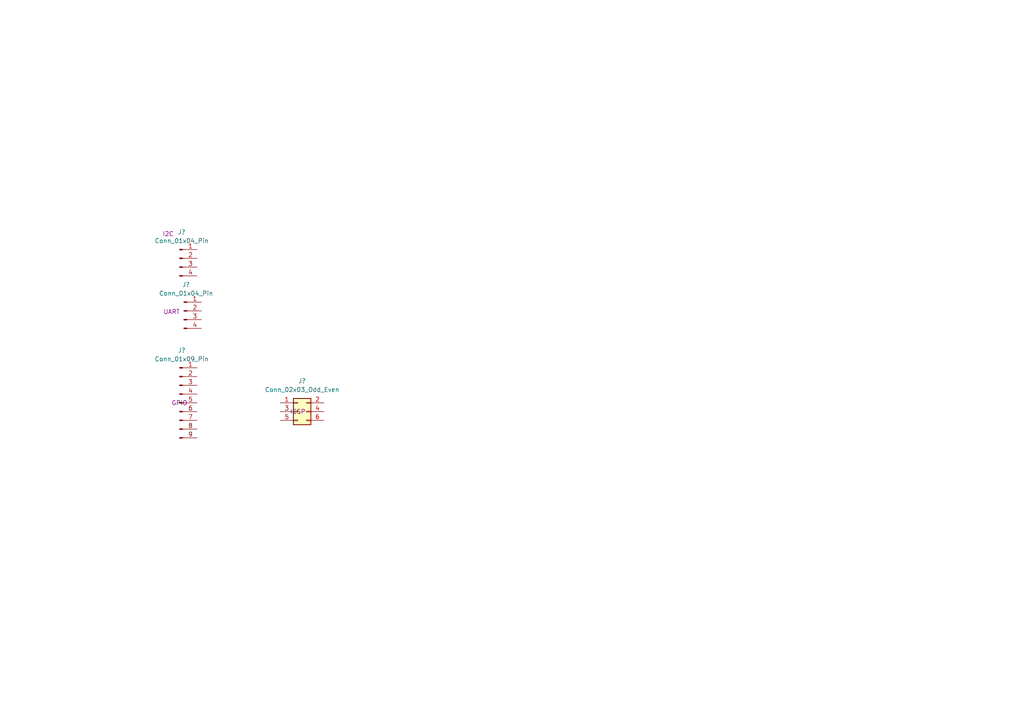
<source format=kicad_sch>
(kicad_sch (version 20250114) (generator "eeschema") (generator_version "9.0")
  (paper "A4")
  (lib_symbols
    (symbol "Connector:Conn_01x04_Pin" (pin_names (offset 1.016) (hide yes))
      (property "Reference" "J" (at 0 5.08 0))
      (property "Value" "Conn_01x04_Pin" (at 0 -7.62 0))
      (symbol "Conn_01x04_Pin_1_1"
        (rectangle (start 0.8636 2.667) (end 0 2.413) (stroke (width 0.1524)) (fill (type outline)))
        (rectangle (start 0.8636 0.127) (end 0 -0.127) (stroke (width 0.1524)) (fill (type outline)))
        (rectangle (start 0.8636 -2.413) (end 0 -2.667) (stroke (width 0.1524)) (fill (type outline)))
        (rectangle (start 0.8636 -4.953) (end 0 -5.207) (stroke (width 0.1524)) (fill (type outline)))
        (polyline (pts (xy 1.27 2.54) (xy 0.8636 2.54)) (stroke (width 0.1524)))
        (polyline (pts (xy 1.27 0) (xy 0.8636 0)) (stroke (width 0.1524)))
        (polyline (pts (xy 1.27 -2.54) (xy 0.8636 -2.54)) (stroke (width 0.1524)))
        (polyline (pts (xy 1.27 -5.08) (xy 0.8636 -5.08)) (stroke (width 0.1524)))
        (pin passive line (at 5.08 2.54 180) (length 3.81) (name "Pin_1") (number "1"))
        (pin passive line (at 5.08 0 180) (length 3.81) (name "Pin_2") (number "2"))
        (pin passive line (at 5.08 -2.54 180) (length 3.81) (name "Pin_3") (number "3"))
        (pin passive line (at 5.08 -5.08 180) (length 3.81) (name "Pin_4") (number "4"))
      )
    )
    (symbol "Connector:Conn_01x09_Pin" (pin_names (offset 1.016) (hide yes))
      (property "Reference" "J" (at 0 12.7 0))
      (property "Value" "Conn_01x09_Pin" (at 0 -12.7 0))
      (symbol "Conn_01x09_Pin_1_1"
        (rectangle (start 0.8636 10.287) (end 0 10.033) (stroke (width 0.1524)) (fill (type outline)))
        (rectangle (start 0.8636 7.747) (end 0 7.493) (stroke (width 0.1524)) (fill (type outline)))
        (rectangle (start 0.8636 5.207) (end 0 4.953) (stroke (width 0.1524)) (fill (type outline)))
        (rectangle (start 0.8636 2.667) (end 0 2.413) (stroke (width 0.1524)) (fill (type outline)))
        (rectangle (start 0.8636 0.127) (end 0 -0.127) (stroke (width 0.1524)) (fill (type outline)))
        (rectangle (start 0.8636 -2.413) (end 0 -2.667) (stroke (width 0.1524)) (fill (type outline)))
        (rectangle (start 0.8636 -4.953) (end 0 -5.207) (stroke (width 0.1524)) (fill (type outline)))
        (rectangle (start 0.8636 -7.493) (end 0 -7.747) (stroke (width 0.1524)) (fill (type outline)))
        (rectangle (start 0.8636 -10.033) (end 0 -10.287) (stroke (width 0.1524)) (fill (type outline)))
        (polyline (pts (xy 1.27 10.16) (xy 0.8636 10.16)) (stroke (width 0.1524)))
        (polyline (pts (xy 1.27 7.62) (xy 0.8636 7.62)) (stroke (width 0.1524)))
        (polyline (pts (xy 1.27 5.08) (xy 0.8636 5.08)) (stroke (width 0.1524)))
        (polyline (pts (xy 1.27 2.54) (xy 0.8636 2.54)) (stroke (width 0.1524)))
        (polyline (pts (xy 1.27 0) (xy 0.8636 0)) (stroke (width 0.1524)))
        (polyline (pts (xy 1.27 -2.54) (xy 0.8636 -2.54)) (stroke (width 0.1524)))
        (polyline (pts (xy 1.27 -5.08) (xy 0.8636 -5.08)) (stroke (width 0.1524)))
        (polyline (pts (xy 1.27 -7.62) (xy 0.8636 -7.62)) (stroke (width 0.1524)))
        (polyline (pts (xy 1.27 -10.16) (xy 0.8636 -10.16)) (stroke (width 0.1524)))
        (pin passive line (at 5.08 10.16 180) (length 3.81) (name "Pin_1") (number "1"))
        (pin passive line (at 5.08 7.62 180) (length 3.81) (name "Pin_2") (number "2"))
        (pin passive line (at 5.08 5.08 180) (length 3.81) (name "Pin_3") (number "3"))
        (pin passive line (at 5.08 2.54 180) (length 3.81) (name "Pin_4") (number "4"))
        (pin passive line (at 5.08 0 180) (length 3.81) (name "Pin_5") (number "5"))
        (pin passive line (at 5.08 -2.54 180) (length 3.81) (name "Pin_6") (number "6"))
        (pin passive line (at 5.08 -5.08 180) (length 3.81) (name "Pin_7") (number "7"))
        (pin passive line (at 5.08 -7.62 180) (length 3.81) (name "Pin_8") (number "8"))
        (pin passive line (at 5.08 -10.16 180) (length 3.81) (name "Pin_9") (number "9"))
      )
    )
    (symbol "Connector_Generic:Conn_02x03_Odd_Even" (pin_names (offset 1.016) (hide yes))
      (property "Reference" "J" (at 1.27 5.08 0))
      (property "Value" "Conn_02x03_Odd_Even" (at 1.27 -5.08 0))
      (symbol "Conn_02x03_Odd_Even_1_1"
        (rectangle (start -1.27 3.81) (end 3.81 -3.81) (stroke (width 0.254)) (fill (type background)))
        (rectangle (start -1.27 2.667) (end 0 2.413) (stroke (width 0.1524)))
        (rectangle (start -1.27 0.127) (end 0 -0.127) (stroke (width 0.1524)))
        (rectangle (start -1.27 -2.413) (end 0 -2.667) (stroke (width 0.1524)))
        (rectangle (start 3.81 2.667) (end 2.54 2.413) (stroke (width 0.1524)))
        (rectangle (start 3.81 0.127) (end 2.54 -0.127) (stroke (width 0.1524)))
        (rectangle (start 3.81 -2.413) (end 2.54 -2.667) (stroke (width 0.1524)))
        (pin passive line (at -5.08 2.54 0) (length 3.81) (name "Pin_1") (number "1"))
        (pin passive line (at -5.08 0 0) (length 3.81) (name "Pin_3") (number "3"))
        (pin passive line (at -5.08 -2.54 0) (length 3.81) (name "Pin_5") (number "5"))
        (pin passive line (at 7.62 2.54 180) (length 3.81) (name "Pin_2") (number "2"))
        (pin passive line (at 7.62 0 180) (length 3.81) (name "Pin_4") (number "4"))
        (pin passive line (at 7.62 -2.54 180) (length 3.81) (name "Pin_6") (number "6"))
      )
    )
  )
  (symbol (lib_id "Connector_Generic:Conn_02x03_Odd_Even") (at 86.36 119.38 0) (unit 1)
    (property "Reference" "J?" (at 87.63 110.49 0))
    (property "Value" "Conn_02x03_Odd_Even" (at 87.63 113.03 0))
    (property "Description" "Generic connector, double row, 02x03, odd/even pin numbering scheme (row 1 odd numbers, row 2 even numbers), script generated (kicad-library-utils/schlib/autogen/connector/)" (effects (hide yes)))
    (property "Purpose" "ICSP" (at 86.36 119.38 0))
  )
  (symbol (lib_id "Connector:Conn_01x04_Pin") (at 52.07 74.93 0) (unit 1)
    (property "Reference" "J?" (at 52.705 67.31 0))
    (property "Value" "Conn_01x04_Pin" (at 52.705 69.85 0))
    (property "Description" "Generic connector, single row, 01x04, script generated" (effects (hide yes)))
    (property "Purpose" "I2C" (at 48.768 67.818 0))
  )
  (symbol (lib_id "Connector:Conn_01x09_Pin") (at 52.07 116.84 0) (unit 1)
    (property "Reference" "J?" (at 52.705 101.6 0))
    (property "Value" "Conn_01x09_Pin" (at 52.705 104.14 0))
    (property "Description" "Generic connector, single row, 01x09, script generated" (effects (hide yes)))
    (property "Purpose" "GPIO" (at 52.07 116.84 0))
  )
  (symbol (lib_id "Connector:Conn_01x04_Pin") (at 53.34 90.17 0) (unit 1)
    (property "Reference" "J?" (at 53.975 82.55 0))
    (property "Value" "Conn_01x04_Pin" (at 53.975 85.09 0))
    (property "Description" "Generic connector, single row, 01x04, script generated" (effects (hide yes)))
    (property "Purpose" "UART" (at 49.784 90.424 0))
  )
)
</source>
